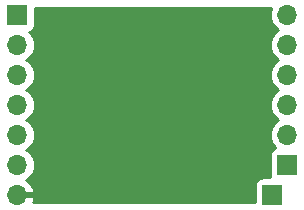
<source format=gbr>
G04 #@! TF.GenerationSoftware,KiCad,Pcbnew,(5.1.0)-1*
G04 #@! TF.CreationDate,2019-04-15T16:33:43-05:00*
G04 #@! TF.ProjectId,rfm95-breakout,72666d39-352d-4627-9265-616b6f75742e,rev?*
G04 #@! TF.SameCoordinates,Original*
G04 #@! TF.FileFunction,Copper,L2,Bot*
G04 #@! TF.FilePolarity,Positive*
%FSLAX46Y46*%
G04 Gerber Fmt 4.6, Leading zero omitted, Abs format (unit mm)*
G04 Created by KiCad (PCBNEW (5.1.0)-1) date 2019-04-15 16:33:43*
%MOMM*%
%LPD*%
G04 APERTURE LIST*
%ADD10R,1.700000X1.700000*%
%ADD11O,1.700000X1.700000*%
%ADD12C,0.914400*%
%ADD13C,0.254000*%
G04 APERTURE END LIST*
D10*
X127000000Y-76200000D03*
D11*
X127000000Y-78740000D03*
X127000000Y-81280000D03*
X127000000Y-83820000D03*
X127000000Y-86360000D03*
X127000000Y-88900000D03*
X127000000Y-91440000D03*
D10*
X149860000Y-88900000D03*
D11*
X149860000Y-86360000D03*
X149860000Y-83820000D03*
X149860000Y-81280000D03*
X149860000Y-78740000D03*
X149860000Y-76200000D03*
D10*
X148590000Y-91440000D03*
D12*
X147828000Y-88900000D03*
X129032000Y-75946000D03*
D13*
G36*
X148481401Y-75628966D02*
G01*
X148396487Y-75908889D01*
X148367815Y-76200000D01*
X148396487Y-76491111D01*
X148481401Y-76771034D01*
X148619294Y-77029014D01*
X148804866Y-77255134D01*
X149030986Y-77440706D01*
X149085791Y-77470000D01*
X149030986Y-77499294D01*
X148804866Y-77684866D01*
X148619294Y-77910986D01*
X148481401Y-78168966D01*
X148396487Y-78448889D01*
X148367815Y-78740000D01*
X148396487Y-79031111D01*
X148481401Y-79311034D01*
X148619294Y-79569014D01*
X148804866Y-79795134D01*
X149030986Y-79980706D01*
X149085791Y-80010000D01*
X149030986Y-80039294D01*
X148804866Y-80224866D01*
X148619294Y-80450986D01*
X148481401Y-80708966D01*
X148396487Y-80988889D01*
X148367815Y-81280000D01*
X148396487Y-81571111D01*
X148481401Y-81851034D01*
X148619294Y-82109014D01*
X148804866Y-82335134D01*
X149030986Y-82520706D01*
X149085791Y-82550000D01*
X149030986Y-82579294D01*
X148804866Y-82764866D01*
X148619294Y-82990986D01*
X148481401Y-83248966D01*
X148396487Y-83528889D01*
X148367815Y-83820000D01*
X148396487Y-84111111D01*
X148481401Y-84391034D01*
X148619294Y-84649014D01*
X148804866Y-84875134D01*
X149030986Y-85060706D01*
X149085791Y-85090000D01*
X149030986Y-85119294D01*
X148804866Y-85304866D01*
X148619294Y-85530986D01*
X148481401Y-85788966D01*
X148396487Y-86068889D01*
X148367815Y-86360000D01*
X148396487Y-86651111D01*
X148481401Y-86931034D01*
X148619294Y-87189014D01*
X148804866Y-87415134D01*
X148834687Y-87439607D01*
X148765820Y-87460498D01*
X148655506Y-87519463D01*
X148558815Y-87598815D01*
X148479463Y-87695506D01*
X148420498Y-87805820D01*
X148384188Y-87925518D01*
X148371928Y-88050000D01*
X148371928Y-89750000D01*
X148384188Y-89874482D01*
X148407681Y-89951928D01*
X147740000Y-89951928D01*
X147615518Y-89964188D01*
X147495820Y-90000498D01*
X147385506Y-90059463D01*
X147288815Y-90138815D01*
X147209463Y-90235506D01*
X147150498Y-90345820D01*
X147114188Y-90465518D01*
X147101928Y-90590000D01*
X147101928Y-92050000D01*
X128346383Y-92050000D01*
X128396825Y-91944099D01*
X128441476Y-91796890D01*
X128320155Y-91567000D01*
X127127000Y-91567000D01*
X127127000Y-91587000D01*
X126873000Y-91587000D01*
X126873000Y-91567000D01*
X126853000Y-91567000D01*
X126853000Y-91313000D01*
X126873000Y-91313000D01*
X126873000Y-91293000D01*
X127127000Y-91293000D01*
X127127000Y-91313000D01*
X128320155Y-91313000D01*
X128441476Y-91083110D01*
X128396825Y-90935901D01*
X128271641Y-90673080D01*
X128097588Y-90439731D01*
X127881355Y-90244822D01*
X127764477Y-90175201D01*
X127829014Y-90140706D01*
X128055134Y-89955134D01*
X128240706Y-89729014D01*
X128378599Y-89471034D01*
X128463513Y-89191111D01*
X128492185Y-88900000D01*
X128463513Y-88608889D01*
X128378599Y-88328966D01*
X128240706Y-88070986D01*
X128055134Y-87844866D01*
X127829014Y-87659294D01*
X127774209Y-87630000D01*
X127829014Y-87600706D01*
X128055134Y-87415134D01*
X128240706Y-87189014D01*
X128378599Y-86931034D01*
X128463513Y-86651111D01*
X128492185Y-86360000D01*
X128463513Y-86068889D01*
X128378599Y-85788966D01*
X128240706Y-85530986D01*
X128055134Y-85304866D01*
X127829014Y-85119294D01*
X127774209Y-85090000D01*
X127829014Y-85060706D01*
X128055134Y-84875134D01*
X128240706Y-84649014D01*
X128378599Y-84391034D01*
X128463513Y-84111111D01*
X128492185Y-83820000D01*
X128463513Y-83528889D01*
X128378599Y-83248966D01*
X128240706Y-82990986D01*
X128055134Y-82764866D01*
X127829014Y-82579294D01*
X127774209Y-82550000D01*
X127829014Y-82520706D01*
X128055134Y-82335134D01*
X128240706Y-82109014D01*
X128378599Y-81851034D01*
X128463513Y-81571111D01*
X128492185Y-81280000D01*
X128463513Y-80988889D01*
X128378599Y-80708966D01*
X128240706Y-80450986D01*
X128055134Y-80224866D01*
X127829014Y-80039294D01*
X127774209Y-80010000D01*
X127829014Y-79980706D01*
X128055134Y-79795134D01*
X128240706Y-79569014D01*
X128378599Y-79311034D01*
X128463513Y-79031111D01*
X128492185Y-78740000D01*
X128463513Y-78448889D01*
X128378599Y-78168966D01*
X128240706Y-77910986D01*
X128055134Y-77684866D01*
X128025313Y-77660393D01*
X128094180Y-77639502D01*
X128204494Y-77580537D01*
X128301185Y-77501185D01*
X128380537Y-77404494D01*
X128439502Y-77294180D01*
X128475812Y-77174482D01*
X128488072Y-77050000D01*
X128488072Y-75590000D01*
X148502229Y-75590000D01*
X148481401Y-75628966D01*
X148481401Y-75628966D01*
G37*
X148481401Y-75628966D02*
X148396487Y-75908889D01*
X148367815Y-76200000D01*
X148396487Y-76491111D01*
X148481401Y-76771034D01*
X148619294Y-77029014D01*
X148804866Y-77255134D01*
X149030986Y-77440706D01*
X149085791Y-77470000D01*
X149030986Y-77499294D01*
X148804866Y-77684866D01*
X148619294Y-77910986D01*
X148481401Y-78168966D01*
X148396487Y-78448889D01*
X148367815Y-78740000D01*
X148396487Y-79031111D01*
X148481401Y-79311034D01*
X148619294Y-79569014D01*
X148804866Y-79795134D01*
X149030986Y-79980706D01*
X149085791Y-80010000D01*
X149030986Y-80039294D01*
X148804866Y-80224866D01*
X148619294Y-80450986D01*
X148481401Y-80708966D01*
X148396487Y-80988889D01*
X148367815Y-81280000D01*
X148396487Y-81571111D01*
X148481401Y-81851034D01*
X148619294Y-82109014D01*
X148804866Y-82335134D01*
X149030986Y-82520706D01*
X149085791Y-82550000D01*
X149030986Y-82579294D01*
X148804866Y-82764866D01*
X148619294Y-82990986D01*
X148481401Y-83248966D01*
X148396487Y-83528889D01*
X148367815Y-83820000D01*
X148396487Y-84111111D01*
X148481401Y-84391034D01*
X148619294Y-84649014D01*
X148804866Y-84875134D01*
X149030986Y-85060706D01*
X149085791Y-85090000D01*
X149030986Y-85119294D01*
X148804866Y-85304866D01*
X148619294Y-85530986D01*
X148481401Y-85788966D01*
X148396487Y-86068889D01*
X148367815Y-86360000D01*
X148396487Y-86651111D01*
X148481401Y-86931034D01*
X148619294Y-87189014D01*
X148804866Y-87415134D01*
X148834687Y-87439607D01*
X148765820Y-87460498D01*
X148655506Y-87519463D01*
X148558815Y-87598815D01*
X148479463Y-87695506D01*
X148420498Y-87805820D01*
X148384188Y-87925518D01*
X148371928Y-88050000D01*
X148371928Y-89750000D01*
X148384188Y-89874482D01*
X148407681Y-89951928D01*
X147740000Y-89951928D01*
X147615518Y-89964188D01*
X147495820Y-90000498D01*
X147385506Y-90059463D01*
X147288815Y-90138815D01*
X147209463Y-90235506D01*
X147150498Y-90345820D01*
X147114188Y-90465518D01*
X147101928Y-90590000D01*
X147101928Y-92050000D01*
X128346383Y-92050000D01*
X128396825Y-91944099D01*
X128441476Y-91796890D01*
X128320155Y-91567000D01*
X127127000Y-91567000D01*
X127127000Y-91587000D01*
X126873000Y-91587000D01*
X126873000Y-91567000D01*
X126853000Y-91567000D01*
X126853000Y-91313000D01*
X126873000Y-91313000D01*
X126873000Y-91293000D01*
X127127000Y-91293000D01*
X127127000Y-91313000D01*
X128320155Y-91313000D01*
X128441476Y-91083110D01*
X128396825Y-90935901D01*
X128271641Y-90673080D01*
X128097588Y-90439731D01*
X127881355Y-90244822D01*
X127764477Y-90175201D01*
X127829014Y-90140706D01*
X128055134Y-89955134D01*
X128240706Y-89729014D01*
X128378599Y-89471034D01*
X128463513Y-89191111D01*
X128492185Y-88900000D01*
X128463513Y-88608889D01*
X128378599Y-88328966D01*
X128240706Y-88070986D01*
X128055134Y-87844866D01*
X127829014Y-87659294D01*
X127774209Y-87630000D01*
X127829014Y-87600706D01*
X128055134Y-87415134D01*
X128240706Y-87189014D01*
X128378599Y-86931034D01*
X128463513Y-86651111D01*
X128492185Y-86360000D01*
X128463513Y-86068889D01*
X128378599Y-85788966D01*
X128240706Y-85530986D01*
X128055134Y-85304866D01*
X127829014Y-85119294D01*
X127774209Y-85090000D01*
X127829014Y-85060706D01*
X128055134Y-84875134D01*
X128240706Y-84649014D01*
X128378599Y-84391034D01*
X128463513Y-84111111D01*
X128492185Y-83820000D01*
X128463513Y-83528889D01*
X128378599Y-83248966D01*
X128240706Y-82990986D01*
X128055134Y-82764866D01*
X127829014Y-82579294D01*
X127774209Y-82550000D01*
X127829014Y-82520706D01*
X128055134Y-82335134D01*
X128240706Y-82109014D01*
X128378599Y-81851034D01*
X128463513Y-81571111D01*
X128492185Y-81280000D01*
X128463513Y-80988889D01*
X128378599Y-80708966D01*
X128240706Y-80450986D01*
X128055134Y-80224866D01*
X127829014Y-80039294D01*
X127774209Y-80010000D01*
X127829014Y-79980706D01*
X128055134Y-79795134D01*
X128240706Y-79569014D01*
X128378599Y-79311034D01*
X128463513Y-79031111D01*
X128492185Y-78740000D01*
X128463513Y-78448889D01*
X128378599Y-78168966D01*
X128240706Y-77910986D01*
X128055134Y-77684866D01*
X128025313Y-77660393D01*
X128094180Y-77639502D01*
X128204494Y-77580537D01*
X128301185Y-77501185D01*
X128380537Y-77404494D01*
X128439502Y-77294180D01*
X128475812Y-77174482D01*
X128488072Y-77050000D01*
X128488072Y-75590000D01*
X148502229Y-75590000D01*
X148481401Y-75628966D01*
M02*

</source>
